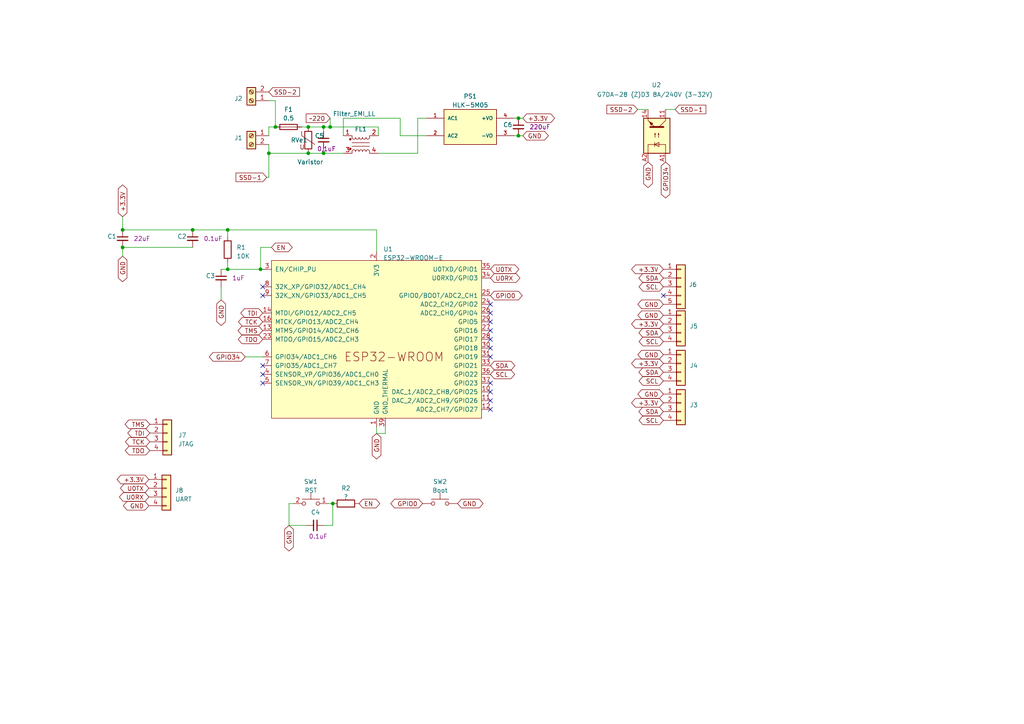
<source format=kicad_sch>
(kicad_sch (version 20230121) (generator eeschema)
  (paper "A4")
  (title_block (title "IOTV id-5") (date "2023-04-21") (company "Вербкин М.С."))
  (lib_symbols
    (symbol "Connector:Screw_Terminal_01x02" (pin_names (offset 1.016) hide)
      (property "Reference" "J" (at 0 2.54 0))
      (property "Value" "Screw_Terminal_01x02" (at 0 -5.08 0))
      (symbol "Screw_Terminal_01x02_1_1"
        (rectangle (start -1.27 1.27) (end 1.27 -3.81) (stroke (width 0.254)) (fill (type background)))
        (circle (center 0 -2.54) (radius 0.635) (stroke (width 0.1524)))
        (polyline (pts (xy -0.5334 -2.2098) (xy 0.3302 -3.048)) (stroke (width 0.1524)))
        (polyline (pts (xy -0.5334 0.3302) (xy 0.3302 -0.508)) (stroke (width 0.1524)))
        (polyline (pts (xy -0.3556 -2.032) (xy 0.508 -2.8702)) (stroke (width 0.1524)))
        (polyline (pts (xy -0.3556 0.508) (xy 0.508 -0.3302)) (stroke (width 0.1524)))
        (circle (center 0 0) (radius 0.635) (stroke (width 0.1524)))
        (pin passive line (at -5.08 0 0) (length 3.81) (name "Pin_1") (number "1"))
        (pin passive line (at -5.08 -2.54 0) (length 3.81) (name "Pin_2") (number "2"))
      )
    )
    (symbol "Connector_Generic:Conn_01x04" (pin_names (offset 1.016) hide)
      (property "Reference" "J" (at 0 5.08 0))
      (property "Value" "Conn_01x04" (at 0 -7.62 0))
      (symbol "Conn_01x04_1_1"
        (rectangle (start -1.27 -4.953) (end 0 -5.207) (stroke (width 0.1524)))
        (rectangle (start -1.27 -2.413) (end 0 -2.667) (stroke (width 0.1524)))
        (rectangle (start -1.27 0.127) (end 0 -0.127) (stroke (width 0.1524)))
        (rectangle (start -1.27 2.667) (end 0 2.413) (stroke (width 0.1524)))
        (rectangle (start -1.27 3.81) (end 1.27 -6.35) (stroke (width 0.254)) (fill (type background)))
        (pin passive line (at -5.08 2.54 0) (length 3.81) (name "Pin_1") (number "1"))
        (pin passive line (at -5.08 0 0) (length 3.81) (name "Pin_2") (number "2"))
        (pin passive line (at -5.08 -2.54 0) (length 3.81) (name "Pin_3") (number "3"))
        (pin passive line (at -5.08 -5.08 0) (length 3.81) (name "Pin_4") (number "4"))
      )
    )
    (symbol "Connector_Generic:Conn_01x05" (pin_names (offset 1.016) hide)
      (property "Reference" "J" (at 0 7.62 0))
      (property "Value" "Conn_01x05" (at 0 -7.62 0))
      (symbol "Conn_01x05_1_1"
        (rectangle (start -1.27 -4.953) (end 0 -5.207) (stroke (width 0.1524)))
        (rectangle (start -1.27 -2.413) (end 0 -2.667) (stroke (width 0.1524)))
        (rectangle (start -1.27 0.127) (end 0 -0.127) (stroke (width 0.1524)))
        (rectangle (start -1.27 2.667) (end 0 2.413) (stroke (width 0.1524)))
        (rectangle (start -1.27 5.207) (end 0 4.953) (stroke (width 0.1524)))
        (rectangle (start -1.27 6.35) (end 1.27 -6.35) (stroke (width 0.254)) (fill (type background)))
        (pin passive line (at -5.08 5.08 0) (length 3.81) (name "Pin_1") (number "1"))
        (pin passive line (at -5.08 2.54 0) (length 3.81) (name "Pin_2") (number "2"))
        (pin passive line (at -5.08 0 0) (length 3.81) (name "Pin_3") (number "3"))
        (pin passive line (at -5.08 -2.54 0) (length 3.81) (name "Pin_4") (number "4"))
        (pin passive line (at -5.08 -5.08 0) (length 3.81) (name "Pin_5") (number "5"))
      )
    )
    (symbol "Converter_ACDC:HLK-5M05" (pin_names (offset 1.016))
      (property "Reference" "PS1" (at 0 8.89 0))
      (property "Value" "HLK-5M05" (at 0 6.35 0))
      (symbol "HLK-5M05_0_0"
        (rectangle (start -7.62 -5.08) (end 7.62 5.08) (stroke (width 0.2)) (fill (type background)))
        (pin input line (at -12.7 2.54 0) (length 5.08) (name "AC1") (number "1"))
        (pin input line (at -12.7 -2.54 0) (length 5.08) (name "AC2") (number "2"))
        (pin power_out line (at 12.7 -2.54 180) (length 5.08) (name "-VO") (number "3"))
        (pin power_out line (at 12.7 2.54 180) (length 5.08) (name "+VO") (number "4"))
      )
    )
    (symbol "Device:Filter_EMI_LL" (pin_names (offset 0.254) hide)
      (property "Reference" "FL" (at 0 4.445 0))
      (property "Value" "Filter_EMI_LL" (at 0 -4.445 0))
      (symbol "Filter_EMI_LL_0_1"
        (circle (center -3.048 -1.27) (radius 0.254) (fill (type outline)))
        (circle (center -3.048 1.524) (radius 0.254) (fill (type outline)))
        (arc (start -2.54 2.032) (mid -2.032 1.5262) (end -1.524 2.032))
        (arc (start -1.524 -2.032) (mid -2.032 -1.5262) (end -2.54 -2.032))
        (arc (start -1.524 2.032) (mid -1.016 1.5262) (end -0.508 2.032))
        (arc (start -0.508 -2.032) (mid -1.016 -1.5262) (end -1.524 -2.032))
        (arc (start -0.508 2.032) (mid 0 1.5262) (end 0.508 2.032))
        (polyline (pts (xy -2.54 -2.032) (xy -2.54 -2.54)))
        (polyline (pts (xy -2.54 0.508) (xy 2.54 0.508)))
        (polyline (pts (xy -2.54 2.032) (xy -2.54 2.54)))
        (polyline (pts (xy 2.54 -2.032) (xy 2.54 -2.54)))
        (polyline (pts (xy 2.54 -0.508) (xy -2.54 -0.508)))
        (polyline (pts (xy 2.54 2.54) (xy 2.54 2.032)))
        (arc (start 0.508 -2.032) (mid 0 -1.5262) (end -0.508 -2.032))
        (arc (start 0.508 2.032) (mid 1.016 1.5262) (end 1.524 2.032))
        (arc (start 1.524 -2.032) (mid 1.016 -1.5262) (end 0.508 -2.032))
        (arc (start 1.524 2.032) (mid 2.032 1.5262) (end 2.54 2.032))
        (arc (start 2.54 -2.032) (mid 2.032 -1.5262) (end 1.524 -2.032))
      )
      (symbol "Filter_EMI_LL_1_1"
        (pin passive line (at -5.08 2.54 0) (length 2.54) (name "1") (number "1"))
        (pin passive line (at 5.08 2.54 180) (length 2.54) (name "2") (number "2"))
        (pin passive line (at -5.08 -2.54 0) (length 2.54) (name "3") (number "3"))
        (pin passive line (at 5.08 -2.54 180) (length 2.54) (name "4") (number "4"))
      )
    )
    (symbol "Device:Fuse" (pin_numbers hide) (pin_names (offset 0))
      (property "Reference" "F" (at 2.032 0 90))
      (property "Value" "Fuse" (at -1.905 0 90))
      (symbol "Fuse_0_1"
        (rectangle (start -0.762 -2.54) (end 0.762 2.54) (stroke (width 0.254)))
        (polyline (pts (xy 0 2.54) (xy 0 -2.54)))
      )
      (symbol "Fuse_1_1"
        (pin passive line (at 0 3.81 270) (length 1.27) (name "~") (number "1"))
        (pin passive line (at 0 -3.81 90) (length 1.27) (name "~") (number "2"))
      )
    )
    (symbol "Device:R" (pin_numbers hide) (pin_names (offset 0))
      (property "Reference" "R" (at 2.032 0 90))
      (property "Value" "R" (at 0 0 90))
      (symbol "R_0_1"
        (rectangle (start -1.016 -2.54) (end 1.016 2.54) (stroke (width 0.254)))
      )
      (symbol "R_1_1"
        (pin passive line (at 0 3.81 270) (length 1.27) (name "~") (number "1"))
        (pin passive line (at 0 -3.81 90) (length 1.27) (name "~") (number "2"))
      )
    )
    (symbol "Device:Varistor" (pin_numbers hide) (pin_names (offset 0))
      (property "Reference" "RV" (at 3.175 0 90))
      (property "Value" "Varistor" (at -3.175 0 90))
      (symbol "Varistor_0_0"
        (text "U" (at -1.778 -2.032 0) (effects (font (size 1.27 1.27))))
      )
      (symbol "Varistor_0_1"
        (rectangle (start -1.016 -2.54) (end 1.016 2.54) (stroke (width 0.254)))
        (polyline (pts (xy -1.905 2.54) (xy -1.905 1.27) (xy 1.905 -1.27)))
      )
      (symbol "Varistor_1_1"
        (pin passive line (at 0 3.81 270) (length 1.27) (name "~") (number "1"))
        (pin passive line (at 0 -3.81 90) (length 1.27) (name "~") (number "2"))
      )
    )
    (symbol "Espressif:ESP32-WROOM-E" (pin_names (offset 1.016))
      (property "Reference" "U" (at -30.48 27.94 0))
      (property "Value" "ESP32-WROOM-E" (at -30.48 25.4 0))
      (symbol "ESP32-WROOM-E_0_1"
        (rectangle (start -30.48 22.86) (end 30.48 -22.86) (fill (type background)))
      )
      (symbol "ESP32-WROOM-E_1_1"
        (text "ESP32-­WROOM­" (at 5.08 -5.08 0) (effects (font (size 2.54 2.54))))
        (pin power_in line (at 0 -25.4 90) (length 2.54) (name "GND") (number "1"))
        (pin bidirectional line (at 33.02 -15.24 180) (length 2.54) (name "DAC_1/ADC2_CH8/GPIO25") (number "10"))
        (pin bidirectional line (at 33.02 -17.78 180) (length 2.54) (name "DAC_2/ADC2_CH9/GPIO26") (number "11"))
        (pin bidirectional line (at 33.02 -20.32 180) (length 2.54) (name "ADC2_CH7/GPIO27") (number "12"))
        (pin bidirectional line (at -33.02 2.54 0) (length 2.54) (name "MTMS/GPIO14/ADC2_CH6") (number "13"))
        (pin bidirectional line (at -33.02 7.62 0) (length 2.54) (name "MTDI/GPIO12/ADC2_CH5") (number "14"))
        (pin passive line (at 0 -25.4 90) (length 2.54) hide (name "GND") (number "15"))
        (pin bidirectional line (at -33.02 5.08 0) (length 2.54) (name "MTCK/GPIO13/ADC2_CH4") (number "16"))
        (pin power_in line (at 0 25.4 270) (length 2.54) (name "3V3") (number "2"))
        (pin bidirectional line (at -33.02 0 0) (length 2.54) (name "MTDO/GPIO15/ADC2_CH3") (number "23"))
        (pin bidirectional line (at 33.02 10.16 180) (length 2.54) (name "ADC2_CH2/GPIO2") (number "24"))
        (pin bidirectional line (at 33.02 12.7 180) (length 2.54) (name "GPIO0/BOOT/ADC2_CH1") (number "25"))
        (pin bidirectional line (at 33.02 7.62 180) (length 2.54) (name "ADC2_CH0/GPIO4") (number "26"))
        (pin bidirectional line (at 33.02 2.54 180) (length 2.54) (name "GPIO16") (number "27"))
        (pin bidirectional line (at 33.02 0 180) (length 2.54) (name "GPIO17") (number "28"))
        (pin bidirectional line (at 33.02 5.08 180) (length 2.54) (name "GPIO5") (number "29"))
        (pin input line (at -33.02 20.32 0) (length 2.54) (name "EN/CHIP_PU") (number "3"))
        (pin bidirectional line (at 33.02 -2.54 180) (length 2.54) (name "GPIO18") (number "30"))
        (pin bidirectional line (at 33.02 -5.08 180) (length 2.54) (name "GPIO19") (number "31"))
        (pin bidirectional line (at 33.02 -7.62 180) (length 2.54) (name "GPIO21") (number "33"))
        (pin bidirectional line (at 33.02 17.78 180) (length 2.54) (name "U0RXD/GPIO3") (number "34"))
        (pin bidirectional line (at 33.02 20.32 180) (length 2.54) (name "U0TXD/GPIO1") (number "35"))
        (pin bidirectional line (at 33.02 -10.16 180) (length 2.54) (name "GPIO22") (number "36"))
        (pin bidirectional line (at 33.02 -12.7 180) (length 2.54) (name "GPIO23") (number "37"))
        (pin passive line (at 0 -25.4 90) (length 2.54) hide (name "GND") (number "38"))
        (pin power_in line (at 2.54 -25.4 90) (length 2.54) (name "GND_THERMAL") (number "39"))
        (pin input line (at -33.02 -10.16 0) (length 2.54) (name "SENSOR_VP/GPIO36/ADC1_CH0") (number "4"))
        (pin input line (at -33.02 -12.7 0) (length 2.54) (name "SENSOR_VN/GPIO39/ADC1_CH3") (number "5"))
        (pin input line (at -33.02 -5.08 0) (length 2.54) (name "GPIO34/ADC1_CH6") (number "6"))
        (pin input line (at -33.02 -7.62 0) (length 2.54) (name "GPIO35/ADC1_CH7") (number "7"))
        (pin bidirectional line (at -33.02 15.24 0) (length 2.54) (name "32K_XP/GPIO32/ADC1_CH4") (number "8"))
        (pin bidirectional line (at -33.02 12.7 0) (length 2.54) (name "32K_XN/GPIO33/ADC1_CH5") (number "9"))
      )
    )
    (symbol "PCM_4ms_Capacitor:C_Generic" (pin_numbers hide) (pin_names (offset 0.254) hide)
      (property "Reference" "C" (at 1.905 1.016 0))
      (property "Display" "?F" (at 1.905 -1.27 0))
      (symbol "C_Generic_0_1"
        (polyline (pts (xy -1.524 -0.508) (xy 1.524 -0.508)) (stroke (width 0.3302)))
        (polyline (pts (xy -1.524 0.508) (xy 1.524 0.508)) (stroke (width 0.3048)))
      )
      (symbol "C_Generic_1_1"
        (pin passive line (at 0 2.54 270) (length 2.032) (name "~") (number "1"))
        (pin passive line (at 0 -2.54 90) (length 2.032) (name "~") (number "2"))
      )
    )
    (symbol "Relay_SolidState:34.81-7048"
      (property "Reference" "U" (at -5.08 5.08 0))
      (property "Value" "34.81-7048" (at 0 5.08 0))
      (symbol "34.81-7048_0_1"
        (rectangle (start -5.08 3.81) (end 5.08 -3.81) (stroke (width 0.254)) (fill (type background)))
        (polyline (pts (xy -3.175 -0.635) (xy -1.905 -0.635)))
        (polyline (pts (xy 2.54 1.905) (xy 2.54 -1.905) (xy 2.54 -1.905)) (stroke (width 0.508)))
        (polyline (pts (xy -5.08 2.54) (xy -2.54 2.54) (xy -2.54 -2.54) (xy -5.08 -2.54)))
        (polyline (pts (xy -2.54 -0.635) (xy -3.175 0.635) (xy -1.905 0.635) (xy -2.54 -0.635)))
        (polyline (pts (xy -0.508 -0.508) (xy 0.762 -0.508) (xy 0.381 -0.635) (xy 0.381 -0.381) (xy 0.762 -0.508)))
        (polyline (pts (xy -0.508 0.508) (xy 0.762 0.508) (xy 0.381 0.381) (xy 0.381 0.635) (xy 0.762 0.508)))
        (polyline (pts (xy 3.048 -1.651) (xy 3.556 -1.143) (xy 4.064 -2.159) (xy 3.048 -1.651) (xy 3.048 -1.651)) (fill (type outline)))
        (polyline (pts (xy 5.08 2.54) (xy 4.445 2.54) (xy 2.54 0.635) (xy 2.54 -0.635) (xy 4.445 -2.54) (xy 5.08 -2.54)))
      )
      (symbol "34.81-7048_1_1"
        (pin passive line (at 7.62 2.54 180) (length 2.54) (name "~") (number "11"))
        (pin passive line (at 7.62 -2.54 180) (length 2.54) (name "~") (number "14"))
        (pin passive line (at -7.62 2.54 0) (length 2.54) (name "~") (number "A1"))
        (pin passive line (at -7.62 -2.54 0) (length 2.54) (name "~") (number "A2"))
      )
    )
    (symbol "SW_Push_1" (pin_names (offset 1.016) hide)
      (property "Reference" "SW" (at 1.27 2.54 0))
      (property "Value" "SW_Push" (at 0 -1.524 0))
      (symbol "SW_Push_1_0_1"
        (circle (center -2.032 0) (radius 0.508))
        (polyline (pts (xy 0 1.27) (xy 0 3.048)))
        (polyline (pts (xy 2.54 1.27) (xy -2.54 1.27)))
        (circle (center 2.032 0) (radius 0.508))
        (pin passive line (at -5.08 0 0) (length 2.54) (name "1") (number "1"))
        (pin passive line (at 5.08 0 180) (length 2.54) (name "2") (number "2"))
      )
    )
    (symbol "Switch:SW_Push" (pin_numbers hide) (pin_names (offset 1.016) hide)
      (property "Reference" "SW" (at 1.27 2.54 0))
      (property "Value" "SW_Push" (at 0 -1.524 0))
      (symbol "SW_Push_0_1"
        (circle (center -2.032 0) (radius 0.508))
        (polyline (pts (xy 0 1.27) (xy 0 3.048)))
        (polyline (pts (xy 2.54 1.27) (xy -2.54 1.27)))
        (circle (center 2.032 0) (radius 0.508))
        (pin passive line (at -5.08 0 0) (length 2.54) (name "1") (number "1"))
        (pin passive line (at 5.08 0 180) (length 2.54) (name "2") (number "2"))
      )
    )
  )
  (junction (at 89.408 36.83))
  (junction (at 77.978 44.45))
  (junction (at 66.04 78.105))
  (junction (at 89.408 44.45))
  (junction (at 35.56 71.755))
  (junction (at 55.88 66.675))
  (junction (at 66.04 66.675))
  (junction (at 95.758 36.83))
  (junction (at 93.853 36.83))
  (junction (at 150.368 34.29))
  (junction (at 96.52 146.05))
  (junction (at 35.56 66.675))
  (junction (at 93.853 44.45))
  (junction (at 75.565 78.105))
  (junction (at 79.883 36.83))
  (junction (at 150.368 39.37))
  (no_connect (at 142.24 88.265))
  (no_connect (at 76.2 106.045))
  (no_connect (at 76.2 108.585))
  (no_connect (at 142.24 116.205))
  (no_connect (at 142.24 111.125))
  (no_connect (at 142.24 103.505))
  (no_connect (at 142.24 113.665))
  (no_connect (at 142.24 95.885))
  (no_connect (at 142.24 93.345))
  (no_connect (at 142.24 98.425))
  (no_connect (at 142.24 118.745))
  (no_connect (at 142.24 90.805))
  (no_connect (at 76.2 83.185))
  (no_connect (at 76.2 85.725))
  (no_connect (at 192.405 85.725))
  (no_connect (at 76.2 111.125))
  (no_connect (at 142.24 100.965))
  (wire (pts (xy 109.22 123.825) (xy 109.22 125.73)))
  (wire (pts (xy 109.22 66.675) (xy 109.22 73.025)))
  (wire (pts (xy 35.56 66.675) (xy 55.88 66.675)))
  (wire (pts (xy 77.978 44.45) (xy 77.978 51.435)))
  (wire (pts (xy 93.98 152.4) (xy 96.52 152.4)))
  (wire (pts (xy 111.76 123.825) (xy 111.76 125.73)))
  (wire (pts (xy 66.04 78.105) (xy 75.565 78.105)))
  (wire (pts (xy 77.978 41.91) (xy 77.978 44.45)))
  (wire (pts (xy 150.368 39.37) (xy 151.638 39.37)))
  (wire (pts (xy 109.728 36.83) (xy 109.728 39.37)))
  (wire (pts (xy 79.883 29.21) (xy 77.978 29.21)))
  (wire (pts (xy 66.04 76.2) (xy 66.04 78.105)))
  (wire (pts (xy 99.568 34.29) (xy 116.078 34.29)))
  (wire (pts (xy 149.098 39.37) (xy 150.368 39.37)))
  (wire (pts (xy 121.158 44.45) (xy 121.158 34.29)))
  (wire (pts (xy 121.158 34.29) (xy 123.698 34.29)))
  (wire (pts (xy 66.04 66.675) (xy 66.04 68.58)))
  (wire (pts (xy 79.883 29.21) (xy 79.883 36.83)))
  (wire (pts (xy 99.568 34.29) (xy 99.568 39.37)))
  (wire (pts (xy 35.56 71.755) (xy 35.56 74.295)))
  (wire (pts (xy 78.74 71.755) (xy 75.565 71.755)))
  (wire (pts (xy 71.12 103.505) (xy 76.2 103.505)))
  (wire (pts (xy 83.82 152.4) (xy 88.9 152.4)))
  (wire (pts (xy 96.52 146.05) (xy 96.52 152.4)))
  (wire (pts (xy 95.758 34.29) (xy 95.758 36.83)))
  (wire (pts (xy 150.368 34.29) (xy 151.638 34.29)))
  (wire (pts (xy 184.912 31.75) (xy 187.96 31.75)))
  (wire (pts (xy 75.565 78.105) (xy 76.2 78.105)))
  (wire (pts (xy 89.408 36.83) (xy 93.853 36.83)))
  (wire (pts (xy 93.853 36.83) (xy 93.853 38.1)))
  (wire (pts (xy 87.503 36.83) (xy 89.408 36.83)))
  (wire (pts (xy 64.135 78.105) (xy 66.04 78.105)))
  (wire (pts (xy 93.853 43.18) (xy 93.853 44.45)))
  (wire (pts (xy 93.853 36.83) (xy 95.758 36.83)))
  (wire (pts (xy 95.758 36.83) (xy 109.728 36.83)))
  (wire (pts (xy 116.078 34.29) (xy 116.078 39.37)))
  (wire (pts (xy 77.343 51.435) (xy 77.978 51.435)))
  (wire (pts (xy 109.728 44.45) (xy 121.158 44.45)))
  (wire (pts (xy 89.408 44.45) (xy 93.853 44.45)))
  (wire (pts (xy 64.135 83.185) (xy 64.135 86.995)))
  (wire (pts (xy 116.078 39.37) (xy 123.698 39.37)))
  (wire (pts (xy 111.76 125.73) (xy 109.22 125.73)))
  (wire (pts (xy 77.978 36.83) (xy 79.883 36.83)))
  (wire (pts (xy 75.565 71.755) (xy 75.565 78.105)))
  (wire (pts (xy 149.098 34.29) (xy 150.368 34.29)))
  (wire (pts (xy 77.978 36.83) (xy 77.978 39.37)))
  (wire (pts (xy 93.853 44.45) (xy 99.568 44.45)))
  (wire (pts (xy 85.09 146.05) (xy 83.82 146.05)))
  (wire (pts (xy 35.56 62.865) (xy 35.56 66.675)))
  (wire (pts (xy 193.04 31.75) (xy 195.834 31.75)))
  (wire (pts (xy 77.978 44.45) (xy 89.408 44.45)))
  (wire (pts (xy 35.56 71.755) (xy 55.88 71.755)))
  (wire (pts (xy 55.88 66.675) (xy 66.04 66.675)))
  (wire (pts (xy 95.25 146.05) (xy 96.52 146.05)))
  (wire (pts (xy 66.04 66.675) (xy 109.22 66.675)))
  (wire (pts (xy 83.82 146.05) (xy 83.82 152.4)))
  (global_label "+3.3V" (shape bidirectional) (at 192.405 93.98 180) (property "Intersheetrefs" "${INTERSHEET_REFS}" (at 182.7031 93.98 0) (effects (justify right))))
  (global_label "GND" (shape bidirectional) (at 109.22 125.73 270) (property "Intersheetrefs" "${INTERSHEET_REFS}" (at 109.22 133.6176 90) (effects (justify right))))
  (global_label "SCL" (shape bidirectional) (at 192.405 121.92 180) (property "Intersheetrefs" "${INTERSHEET_REFS}" (at 184.8803 121.92 0) (effects (justify right))))
  (global_label "U0TX" (shape bidirectional) (at 142.24 78.105 0) (property "Intersheetrefs" "${INTERSHEET_REFS}" (at 150.9742 78.105 0) (effects (justify left))))
  (global_label "+3.3V" (shape bidirectional) (at 192.405 116.84 180) (property "Intersheetrefs" "${INTERSHEET_REFS}" (at 182.7031 116.84 0) (effects (justify right))))
  (global_label "SCL" (shape bidirectional) (at 142.24 108.585 0) (property "Intersheetrefs" "${INTERSHEET_REFS}" (at 149.7647 108.585 0) (effects (justify left))))
  (global_label "GND" (shape bidirectional) (at 192.405 102.87 180) (property "Intersheetrefs" "${INTERSHEET_REFS}" (at 184.5174 102.87 0) (effects (justify right))))
  (global_label "+3.3V" (shape bidirectional) (at 151.638 34.29 0) (property "Intersheetrefs" "${INTERSHEET_REFS}" (at 161.3399 34.29 0) (effects (justify left))))
  (global_label "TDO" (shape bidirectional) (at 76.2 98.425 180) (property "Intersheetrefs" "${INTERSHEET_REFS}" (at 68.6148 98.425 0) (effects (justify right))))
  (global_label "GND" (shape bidirectional) (at 192.405 91.44 180) (property "Intersheetrefs" "${INTERSHEET_REFS}" (at 184.5174 91.44 0) (effects (justify right))))
  (global_label "TCK" (shape bidirectional) (at 76.2 93.345 180) (property "Intersheetrefs" "${INTERSHEET_REFS}" (at 68.6753 93.345 0) (effects (justify right))))
  (global_label "U0TX" (shape bidirectional) (at 43.18 141.605 180) (property "Intersheetrefs" "${INTERSHEET_REFS}" (at 34.4458 141.605 0) (effects (justify right))))
  (global_label "GND" (shape bidirectional) (at 192.405 114.3 180) (property "Intersheetrefs" "${INTERSHEET_REFS}" (at 184.5174 114.3 0) (effects (justify right))))
  (global_label "TMS" (shape bidirectional) (at 76.2 95.885 180) (property "Intersheetrefs" "${INTERSHEET_REFS}" (at 68.5544 95.885 0) (effects (justify right))))
  (global_label "SCL" (shape bidirectional) (at 192.405 83.185 180) (property "Intersheetrefs" "${INTERSHEET_REFS}" (at 184.8803 83.185 0) (effects (justify right))))
  (global_label "SDA" (shape bidirectional) (at 192.405 119.38 180) (property "Intersheetrefs" "${INTERSHEET_REFS}" (at 184.8198 119.38 0) (effects (justify right))))
  (global_label "SCL" (shape bidirectional) (at 192.405 99.06 180) (property "Intersheetrefs" "${INTERSHEET_REFS}" (at 184.8803 99.06 0) (effects (justify right))))
  (global_label "U0RX" (shape bidirectional) (at 43.18 144.145 180) (property "Intersheetrefs" "${INTERSHEET_REFS}" (at 34.1434 144.145 0) (effects (justify right))))
  (global_label "+3.3V" (shape bidirectional) (at 35.56 62.865 90) (property "Intersheetrefs" "${INTERSHEET_REFS}" (at 35.56 53.1631 90) (effects (justify left))))
  (global_label "~220" (shape input) (at 95.758 34.29 180) (property "Intersheetrefs" "${INTERSHEET_REFS}" (at 88.3166 34.29 0) (effects (justify right))))
  (global_label "GPIO34" (shape bidirectional) (at 71.12 103.505 180) (property "Intersheetrefs" "${INTERSHEET_REFS}" (at 60.2086 103.505 0) (effects (justify right))))
  (global_label "SCL" (shape bidirectional) (at 192.405 110.49 180) (property "Intersheetrefs" "${INTERSHEET_REFS}" (at 184.8803 110.49 0) (effects (justify right))))
  (global_label "SDA" (shape bidirectional) (at 192.405 107.95 180) (property "Intersheetrefs" "${INTERSHEET_REFS}" (at 184.8198 107.95 0) (effects (justify right))))
  (global_label "GPIO34" (shape bidirectional) (at 193.04 46.99 270) (property "Intersheetrefs" "${INTERSHEET_REFS}" (at 193.04 57.9014 90) (effects (justify right))))
  (global_label "SDA" (shape bidirectional) (at 142.24 106.045 0) (property "Intersheetrefs" "${INTERSHEET_REFS}" (at 149.8252 106.045 0) (effects (justify left))))
  (global_label "SDA" (shape bidirectional) (at 192.405 80.645 180) (property "Intersheetrefs" "${INTERSHEET_REFS}" (at 184.8198 80.645 0) (effects (justify right))))
  (global_label "SSD-2" (shape input) (at 77.978 26.67 0) (property "Intersheetrefs" "${INTERSHEET_REFS}" (at 87.3547 26.67 0) (effects (justify left))))
  (global_label "GPIO0" (shape bidirectional) (at 122.555 146.05 180) (property "Intersheetrefs" "${INTERSHEET_REFS}" (at 112.8531 146.05 0) (effects (justify right))))
  (global_label "TDI" (shape bidirectional) (at 43.434 125.603 180) (property "Intersheetrefs" "${INTERSHEET_REFS}" (at 36.5745 125.603 0) (effects (justify right))))
  (global_label "TDI" (shape bidirectional) (at 76.2 90.805 180) (property "Intersheetrefs" "${INTERSHEET_REFS}" (at 69.3405 90.805 0) (effects (justify right))))
  (global_label "TDO" (shape bidirectional) (at 43.434 130.683 180) (property "Intersheetrefs" "${INTERSHEET_REFS}" (at 35.8488 130.683 0) (effects (justify right))))
  (global_label "SSD-2" (shape input) (at 184.912 31.75 180) (property "Intersheetrefs" "${INTERSHEET_REFS}" (at 175.5353 31.75 0) (effects (justify right))))
  (global_label "GND" (shape bidirectional) (at 83.82 152.4 270) (property "Intersheetrefs" "${INTERSHEET_REFS}" (at 83.82 160.2876 90) (effects (justify right))))
  (global_label "GND" (shape bidirectional) (at 132.715 146.05 0) (property "Intersheetrefs" "${INTERSHEET_REFS}" (at 140.6026 146.05 0) (effects (justify left))))
  (global_label "SSD-1" (shape input) (at 195.834 31.75 0) (property "Intersheetrefs" "${INTERSHEET_REFS}" (at 205.2107 31.75 0) (effects (justify left))))
  (global_label "EN" (shape bidirectional) (at 104.14 146.05 0) (property "Intersheetrefs" "${INTERSHEET_REFS}" (at 110.6366 146.05 0) (effects (justify left))))
  (global_label "TMS" (shape bidirectional) (at 43.434 123.063 180) (property "Intersheetrefs" "${INTERSHEET_REFS}" (at 35.7884 123.063 0) (effects (justify right))))
  (global_label "U0RX" (shape bidirectional) (at 142.24 80.645 0) (property "Intersheetrefs" "${INTERSHEET_REFS}" (at 151.2766 80.645 0) (effects (justify left))))
  (global_label "GND" (shape bidirectional) (at 187.96 46.99 270) (property "Intersheetrefs" "${INTERSHEET_REFS}" (at 187.96 54.8776 90) (effects (justify right))))
  (global_label "GND" (shape bidirectional) (at 43.18 146.685 180) (property "Intersheetrefs" "${INTERSHEET_REFS}" (at 35.2924 146.685 0) (effects (justify right))))
  (global_label "SSD-1" (shape input) (at 77.343 51.435 180) (property "Intersheetrefs" "${INTERSHEET_REFS}" (at 67.9663 51.435 0) (effects (justify right))))
  (global_label "GND" (shape bidirectional) (at 192.405 88.265 180) (property "Intersheetrefs" "${INTERSHEET_REFS}" (at 184.5174 88.265 0) (effects (justify right))))
  (global_label "EN" (shape bidirectional) (at 78.74 71.755 0) (property "Intersheetrefs" "${INTERSHEET_REFS}" (at 85.2366 71.755 0) (effects (justify left))))
  (global_label "GND" (shape bidirectional) (at 64.135 86.995 270) (property "Intersheetrefs" "${INTERSHEET_REFS}" (at 64.135 94.8826 90) (effects (justify right))))
  (global_label "+3.3V" (shape bidirectional) (at 192.405 78.105 180) (property "Intersheetrefs" "${INTERSHEET_REFS}" (at 182.7031 78.105 0) (effects (justify right))))
  (global_label "GND" (shape bidirectional) (at 35.56 74.295 270) (property "Intersheetrefs" "${INTERSHEET_REFS}" (at 35.56 82.1826 90) (effects (justify right))))
  (global_label "+3.3V" (shape bidirectional) (at 43.18 139.065 180) (property "Intersheetrefs" "${INTERSHEET_REFS}" (at 33.4781 139.065 0) (effects (justify right))))
  (global_label "GPIO0" (shape bidirectional) (at 142.24 85.725 0) (property "Intersheetrefs" "${INTERSHEET_REFS}" (at 151.9419 85.725 0) (effects (justify left))))
  (global_label "GND" (shape bidirectional) (at 151.638 39.37 0) (property "Intersheetrefs" "${INTERSHEET_REFS}" (at 159.5256 39.37 0) (effects (justify left))))
  (global_label "SDA" (shape bidirectional) (at 192.405 96.52 180) (property "Intersheetrefs" "${INTERSHEET_REFS}" (at 184.8198 96.52 0) (effects (justify right))))
  (global_label "+3.3V" (shape bidirectional) (at 192.405 105.41 180) (property "Intersheetrefs" "${INTERSHEET_REFS}" (at 182.7031 105.41 0) (effects (justify right))))
  (global_label "TCK" (shape bidirectional) (at 43.434 128.143 180) (property "Intersheetrefs" "${INTERSHEET_REFS}" (at 35.9093 128.143 0) (effects (justify right))))
  (symbol (lib_id "Connector_Generic:Conn_01x04") (at 197.485 93.98 0) (unit 1)
    (property "Reference" "J5" (at 200.025 94.615 0) (effects (justify left)))
    (property "Value" "Conn_01x04" (effects hide))
    (property "Footprint" "Connector_PinHeader_2.54mm:PinHeader_1x04_P2.54mm_Vertical" (effects hide))
  )
  (symbol (lib_id "PCM_4ms_Capacitor:C_Generic") (at 35.56 69.215 0) (unit 1)
    (property "Reference" "C1" (at 31.115 68.58 0) (effects (justify left)))
    (property "Value" "C_Generic" (effects hide))
    (property "Footprint" "Capacitor_SMD:C_1206_3216Metric" (effects hide))
    (property "Display" "22uF" (at 38.735 69.215 0) (effects (justify left)))
  )
  (symbol (lib_id "Connector_Generic:Conn_01x04") (at 197.485 116.84 0) (unit 1)
    (property "Reference" "J3" (at 200.025 117.475 0) (effects (justify left)))
    (property "Value" "Conn_01x04" (effects hide))
    (property "Footprint" "Connector_PinHeader_2.54mm:PinHeader_1x04_P2.54mm_Vertical" (effects hide))
  )
  (symbol (lib_id "PCM_4ms_Capacitor:C_Generic") (at 150.368 36.83 0) (unit 1)
    (property "Reference" "C6" (at 145.923 36.195 0) (effects (justify left)))
    (property "Value" "C_Generic" (effects hide))
    (property "Footprint" "Capacitor_THT:CP_Radial_D8.0mm_P5.00mm" (effects hide))
    (property "Display" "220uF" (at 153.543 36.83 0) (effects (justify left)))
  )
  (symbol (lib_id "Connector_Generic:Conn_01x05") (at 197.485 83.185 0) (unit 1)
    (property "Reference" "J6" (at 199.771 82.55 0) (effects (justify left)))
    (property "Value" "Conn_01x05" (effects hide))
    (property "Footprint" "Connector_PinHeader_2.54mm:PinHeader_1x05_P2.54mm_Vertical" (effects hide))
  )
  (symbol (lib_id "Connector_Generic:Conn_01x04") (at 197.485 105.41 0) (unit 1)
    (property "Reference" "J4" (at 200.025 106.045 0) (effects (justify left)))
    (property "Value" "Conn_01x04" (effects hide))
    (property "Footprint" "Connector_PinHeader_2.54mm:PinHeader_1x04_P2.54mm_Vertical" (effects hide))
  )
  (symbol (lib_id "Connector:Screw_Terminal_01x02") (at 72.898 29.21 180) (unit 1)
    (property "Reference" "J2" (at 70.358 28.575 0) (effects (justify left)))
    (property "Value" "Screw_Terminal_01x02" (effects hide))
    (property "Footprint" "TerminalBlock_Phoenix:TerminalBlock_Phoenix_MKDS-1,5-2_1x02_P5.00mm_Horizontal" (effects hide))
  )
  (symbol (lib_id "PCM_4ms_Capacitor:C_Generic") (at 93.853 40.64 0) (unit 1)
    (property "Reference" "C5" (at 91.313 39.37 0) (effects (justify left)))
    (property "Value" "C_Generic" (effects hide))
    (property "Footprint" "Capacitor_THT:C_Rect_L13.0mm_W5.0mm_P10.00mm_FKS3_FKP3_MKS4" (effects hide))
    (property "Display" "0,1uF" (at 91.948 43.18 0) (effects (justify left)))
  )
  (symbol (lib_id "Device:Varistor") (at 89.408 40.64 0) (unit 1)
    (property "Reference" "RVe1" (at 84.328 40.64 0) (effects (justify left)))
    (property "Value" "Varistor" (at 86.233 46.99 0) (effects (justify left)))
    (property "Footprint" "Varistor:RV_Disc_D21.5mm_W4.8mm_P10mm" (effects hide))
  )
  (symbol (lib_id "Switch:SW_Push") (at 127.635 146.05 0) (unit 1)
    (property "Reference" "SW2" (at 127.635 139.7 0))
    (property "Value" "Boot" (at 127.635 142.24 0))
    (property "Footprint" "Button_Switch_SMD:SW_SPST_TL3342" (effects hide))
  )
  (symbol (lib_id "Connector_Generic:Conn_01x04") (at 48.26 141.605 0) (unit 1)
    (property "Reference" "J8" (at 50.8 142.24 0) (effects (justify left)))
    (property "Value" "UART" (at 50.8 144.78 0) (effects (justify left)))
    (property "Footprint" "Connector_PinHeader_2.54mm:PinHeader_1x04_P2.54mm_Vertical" (effects hide))
  )
  (symbol (lib_id "Connector:Screw_Terminal_01x02") (at 72.898 39.37 0) (mirror y) (unit 1)
    (property "Reference" "J1" (at 70.358 40.005 0) (effects (justify left)))
    (property "Value" "Screw_Terminal_01x02" (effects hide))
    (property "Footprint" "TerminalBlock_Phoenix:TerminalBlock_Phoenix_MKDS-1,5-2_1x02_P5.00mm_Horizontal" (effects hide))
  )
  (symbol (lib_id "Device:R") (at 100.33 146.05 90) (unit 1)
    (property "Reference" "R2" (at 100.33 141.605 90))
    (property "Value" "?" (at 100.33 144.145 90))
    (property "Footprint" "Resistor_SMD:R_1206_3216Metric" (effects hide))
  )
  (symbol (lib_id "Device:Fuse") (at 83.693 36.83 90) (unit 1)
    (property "Reference" "F1" (at 83.693 31.75 90))
    (property "Value" "0.5" (at 83.693 34.29 90))
    (property "Footprint" "Fuse:Fuseholder_Cylinder-5x20mm_Schurter_0031_8201_Horizontal_Open_v2" (effects hide))
  )
  (symbol (lib_id "PCM_4ms_Capacitor:C_Generic") (at 91.44 152.4 270) (unit 1)
    (property "Reference" "C4" (at 90.17 148.59 90) (effects (justify left)))
    (property "Value" "C_Generic" (effects hide))
    (property "Footprint" "Capacitor_SMD:C_1206_3216Metric" (effects hide))
    (property "Display" "0.1uF" (at 89.535 155.575 90) (effects (justify left)))
  )
  (symbol (lib_id "Device:Filter_EMI_LL") (at 104.648 41.91 0) (unit 1)
    (property "Reference" "FL1" (at 104.648 37.465 0))
    (property "Value" "Filter_EMI_LL" (at 102.743 33.02 0))
    (property "Footprint" "PCM_Inductor_THT_AKL:L_CommonMode_Toroid_Vertical_10x13mm" (effects hide))
  )
  (symbol (lib_id "Device:R") (at 66.04 72.39 0) (unit 1)
    (property "Reference" "R1" (at 68.58 71.755 0) (effects (justify left)))
    (property "Value" "10K" (at 68.58 74.295 0) (effects (justify left)))
    (property "Footprint" "Resistor_SMD:R_1206_3216Metric" (effects hide))
  )
  (symbol (lib_id "Relay_SolidState:34.81-7048") (at 190.5 39.37 270) (mirror x) (unit 1)
    (property "Reference" "U2" (at 191.77 24.638 90) (effects (justify right)))
    (property "Value" "G7DA-28 (Z)D3 8A/240V (3-32V)" (at 206.756 27.432 90) (effects (justify right)))
    (property "Footprint" "OptoDevice:Finder_34.81" (effects hide))
    (property "Datasheet" "http://www.us.liteon.com/downloads/LTV-817-827-847.PDF" (effects hide))
  )
  (symbol (lib_id "Converter_ACDC:HLK-5M05") (at 136.398 36.83 0) (unit 1)
    (property "Reference" "PS1" (at 136.398 27.94 0))
    (property "Value" "HLK-5M05" (at 136.398 30.48 0))
    (property "Footprint" "HLK-5M05:CONV_HLK-5M05" (effects hide))
    (property "STANDARD" "Manufacturer Recommendations" (effects hide))
    (property "MANUFACTURER" "HI-LINK" (effects hide))
    (property "PARTREV" "N/A" (effects hide))
  )
  (symbol (lib_id "PCM_4ms_Capacitor:C_Generic") (at 64.135 80.645 0) (unit 1)
    (property "Reference" "C3" (at 59.69 80.01 0) (effects (justify left)))
    (property "Value" "C_Generic" (effects hide))
    (property "Footprint" "Capacitor_SMD:C_1206_3216Metric" (effects hide))
    (property "Display" "1uF" (at 67.31 80.645 0) (effects (justify left)))
  )
  (symbol (lib_id "Connector_Generic:Conn_01x04") (at 48.514 125.603 0) (unit 1)
    (property "Reference" "J7" (at 51.689 126.238 0) (effects (justify left)))
    (property "Value" "JTAG" (at 51.689 128.778 0) (effects (justify left)))
    (property "Footprint" "Connector_PinHeader_2.54mm:PinHeader_1x04_P2.54mm_Vertical" (effects hide))
  )
  (symbol (lib_id "Espressif:ESP32-WROOM-E") (at 109.22 98.425 0) (unit 1)
    (property "Reference" "U1" (at 111.1759 72.263 0) (effects (justify left)))
    (property "Value" "ESP32-WROOM-E" (at 111.1759 74.803 0) (effects (justify left)))
    (property "Footprint" "Espressif:ESP32-WROOM-32E" (effects hide))
    (property "Datasheet" "https://www.espressif.com/sites/default/files/documentation/esp32-wroom-32e_esp32-wroom-32ue_datasheet_en.pdf" (effects hide))
  )
  (symbol (lib_id "PCM_4ms_Capacitor:C_Generic") (at 55.88 69.215 0) (unit 1)
    (property "Reference" "C2" (at 51.435 68.58 0) (effects (justify left)))
    (property "Value" "C_Generic" (effects hide))
    (property "Footprint" "Capacitor_SMD:C_1206_3216Metric" (effects hide))
    (property "Display" "0.1uF" (at 59.055 69.215 0) (effects (justify left)))
  )
  (symbol (lib_name "SW_Push_1") (lib_id "Switch:SW_Push") (at 90.17 146.05 0) (mirror y) (unit 1)
    (property "Reference" "SW1" (at 90.17 139.7 0))
    (property "Value" "RST" (at 90.17 142.24 0))
    (property "Footprint" "Button_Switch_SMD:SW_SPST_TL3342" (effects hide))
  )
)
</source>
